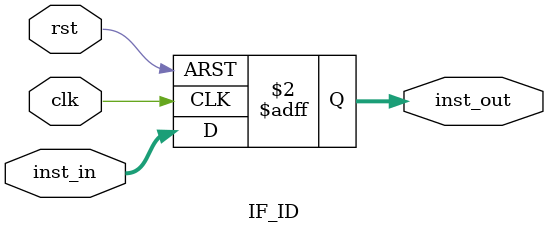
<source format=v>
module IF_ID(
    input clk, rst,
    input [15:0] inst_in,
    output reg [15:0] inst_out
);
    always @(posedge clk or posedge rst) begin
        if (rst) inst_out <= 16'h0000;
        else inst_out <= inst_in;
    end
endmodule
</source>
